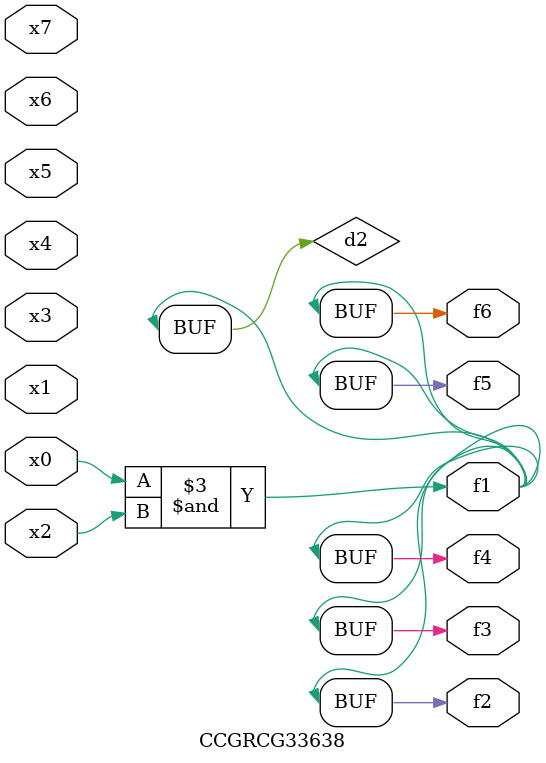
<source format=v>
module CCGRCG33638(
	input x0, x1, x2, x3, x4, x5, x6, x7,
	output f1, f2, f3, f4, f5, f6
);

	wire d1, d2;

	nor (d1, x3, x6);
	and (d2, x0, x2);
	assign f1 = d2;
	assign f2 = d2;
	assign f3 = d2;
	assign f4 = d2;
	assign f5 = d2;
	assign f6 = d2;
endmodule

</source>
